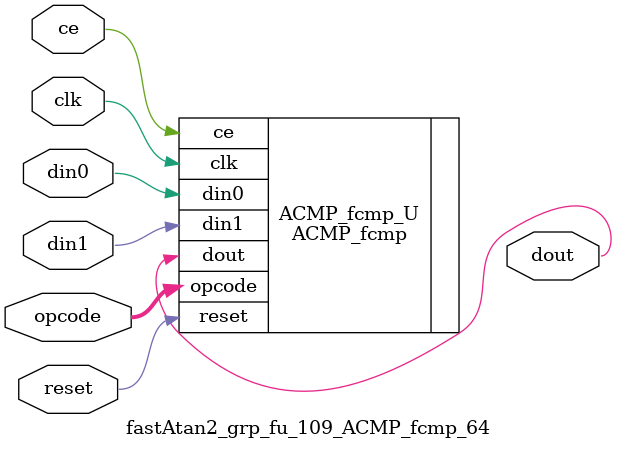
<source format=v>

`timescale 1 ns / 1 ps
module fastAtan2_grp_fu_109_ACMP_fcmp_64(
    clk,
    reset,
    ce,
    din0,
    din1,
    opcode,
    dout);

parameter ID = 32'd1;
parameter NUM_STAGE = 32'd1;
parameter din0_WIDTH = 32'd1;
parameter din1_WIDTH = 32'd1;
parameter dout_WIDTH = 32'd1;
input clk;
input reset;
input ce;
input[din0_WIDTH - 1:0] din0;
input[din1_WIDTH - 1:0] din1;
input[5 - 1:0] opcode;
output[dout_WIDTH - 1:0] dout;



ACMP_fcmp #(
.ID( ID ),
.NUM_STAGE( 3 ),
.din0_WIDTH( din0_WIDTH ),
.din1_WIDTH( din1_WIDTH ),
.dout_WIDTH( dout_WIDTH ))
ACMP_fcmp_U(
    .clk( clk ),
    .reset( reset ),
    .ce( ce ),
    .din0( din0 ),
    .din1( din1 ),
    .dout( dout ),
    .opcode( opcode ));

endmodule

</source>
